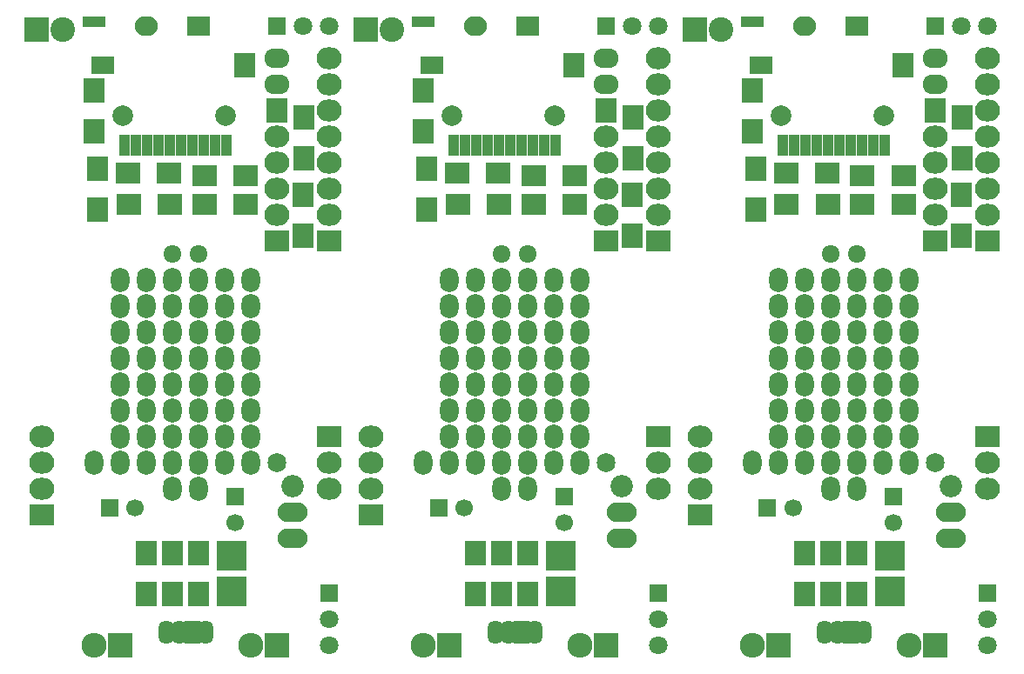
<source format=gbr>
G04 #@! TF.FileFunction,Soldermask,Bot*
%FSLAX46Y46*%
G04 Gerber Fmt 4.6, Leading zero omitted, Abs format (unit mm)*
G04 Created by KiCad (PCBNEW 4.0.2-4+6225~38~ubuntu15.04.1-stable) date 2016年04月18日 00時15分29秒*
%MOMM*%
G01*
G04 APERTURE LIST*
%ADD10C,0.100000*%
%ADD11O,1.800000X2.400000*%
%ADD12O,1.800000X1.670000*%
%ADD13R,2.432000X2.127200*%
%ADD14O,2.432000X2.127200*%
%ADD15O,1.800000X1.924000*%
%ADD16R,2.000200X2.398980*%
%ADD17C,2.000000*%
%ADD18R,1.101040X2.000200*%
%ADD19R,2.200000X1.800000*%
%ADD20R,2.400000X2.000000*%
%ADD21C,1.700000*%
%ADD22R,1.700000X1.700000*%
%ADD23R,2.400000X2.400000*%
%ADD24C,2.400000*%
%ADD25O,1.517600X2.305000*%
%ADD26R,1.517600X2.305000*%
%ADD27R,2.127200X2.432000*%
%ADD28O,2.432000X1.924000*%
%ADD29R,1.200000X1.000000*%
%ADD30R,2.432000X2.432000*%
%ADD31O,2.432000X2.432000*%
%ADD32R,2.400000X2.100000*%
%ADD33R,2.100000X2.400000*%
%ADD34R,2.224000X1.924000*%
%ADD35O,2.224000X1.924000*%
%ADD36R,1.797000X1.797000*%
%ADD37C,1.797000*%
%ADD38O,2.899360X1.901140*%
%ADD39O,2.178000X2.178000*%
%ADD40R,2.900000X2.900000*%
G04 APERTURE END LIST*
D10*
D11*
X104840000Y-103790000D03*
X104840000Y-101250000D03*
X104840000Y-98710000D03*
X104840000Y-96170000D03*
X104840000Y-93630000D03*
X104840000Y-91090000D03*
X104840000Y-88550000D03*
X104840000Y-86010000D03*
X104840000Y-83470000D03*
D12*
X104840000Y-80930000D03*
D13*
X89600000Y-106330000D03*
D14*
X89600000Y-103790000D03*
X89600000Y-101250000D03*
X89600000Y-98710000D03*
D11*
X94680000Y-101250000D03*
X97220000Y-101250000D03*
X109920000Y-101250000D03*
D15*
X112460000Y-101250000D03*
D11*
X107380000Y-98710000D03*
X109920000Y-98710000D03*
X107380000Y-101250000D03*
X109920000Y-101250000D03*
X107380000Y-96170000D03*
X109920000Y-96170000D03*
X107380000Y-93630000D03*
X109920000Y-93630000D03*
X107380000Y-83470000D03*
X109920000Y-83470000D03*
X107380000Y-86010000D03*
X109920000Y-86010000D03*
X107380000Y-91090000D03*
X109920000Y-91090000D03*
X107380000Y-88550000D03*
X109920000Y-88550000D03*
X97220000Y-88550000D03*
X99760000Y-88550000D03*
X97220000Y-91090000D03*
X99760000Y-91090000D03*
X97220000Y-86010000D03*
X99760000Y-86010000D03*
X97220000Y-83470000D03*
X99760000Y-83470000D03*
X97220000Y-93630000D03*
X99760000Y-93630000D03*
X97220000Y-96170000D03*
X99760000Y-96170000D03*
X97220000Y-101250000D03*
X99760000Y-101250000D03*
D16*
X109335000Y-62520000D03*
D17*
X97435000Y-67420000D03*
D18*
X107533740Y-70320100D03*
X106433920Y-70320100D03*
D17*
X107435000Y-67420000D03*
D19*
X95535000Y-62520000D03*
D18*
X98734820Y-70320100D03*
X99834640Y-70320100D03*
X100934460Y-70320100D03*
X102034280Y-70320100D03*
X103134100Y-70320100D03*
X104233920Y-70320100D03*
X105333740Y-70320100D03*
X97635000Y-70320100D03*
D20*
X101950500Y-73056000D03*
X97950500Y-73056000D03*
X98014000Y-76104000D03*
X102014000Y-76104000D03*
D21*
X98653200Y-105618800D03*
D22*
X96153200Y-105618800D03*
D23*
X89092000Y-59086000D03*
D24*
X91632000Y-59086000D03*
D25*
X105475000Y-117760000D03*
D26*
X104205000Y-117760000D03*
D25*
X102935000Y-117760000D03*
X101665000Y-117760000D03*
D27*
X112460000Y-66960000D03*
D28*
X112460000Y-64420000D03*
X112460000Y-61880000D03*
D29*
X94180000Y-58324000D03*
X95180000Y-58324000D03*
D13*
X117540000Y-79660000D03*
D14*
X117540000Y-77120000D03*
X117540000Y-74580000D03*
X117540000Y-72040000D03*
X117540000Y-69500000D03*
X117540000Y-66960000D03*
X117540000Y-64420000D03*
X117540000Y-61880000D03*
D13*
X112460000Y-79660000D03*
D14*
X112460000Y-77120000D03*
X112460000Y-74580000D03*
X112460000Y-72040000D03*
X112460000Y-69500000D03*
D30*
X112460000Y-119030000D03*
D31*
X109920000Y-119030000D03*
D30*
X97220000Y-119030000D03*
D31*
X94680000Y-119030000D03*
D13*
X117540000Y-98710000D03*
D14*
X117540000Y-101250000D03*
X117540000Y-103790000D03*
D32*
X109380000Y-73310000D03*
X105380000Y-73310000D03*
X105380000Y-76104000D03*
X109380000Y-76104000D03*
D33*
X94680000Y-64960000D03*
X94680000Y-68960000D03*
X95035600Y-72580000D03*
X95035600Y-76580000D03*
X102300000Y-114045000D03*
X102300000Y-110045000D03*
X99760000Y-114045000D03*
X99760000Y-110045000D03*
X104840000Y-114045000D03*
X104840000Y-110045000D03*
D34*
X104840000Y-58705000D03*
D35*
X99760000Y-58705000D03*
D36*
X112460000Y-58705000D03*
D37*
X115000000Y-58705000D03*
X117540000Y-58705000D03*
D36*
X117540000Y-113950000D03*
D37*
X117540000Y-116490000D03*
X117540000Y-119030000D03*
D38*
X113984000Y-106076000D03*
D39*
X113984000Y-103536000D03*
D38*
X113984000Y-108616000D03*
D11*
X97220000Y-98710000D03*
X99760000Y-98710000D03*
X102300000Y-103790000D03*
X102300000Y-101250000D03*
X102300000Y-98710000D03*
X102300000Y-96170000D03*
X102300000Y-93630000D03*
X102300000Y-91090000D03*
X102300000Y-88550000D03*
X102300000Y-86010000D03*
X102300000Y-83470000D03*
D12*
X102300000Y-80930000D03*
D33*
X115050800Y-67620400D03*
X115050800Y-71620400D03*
X115000000Y-79120000D03*
X115000000Y-75120000D03*
D21*
X108396000Y-107052000D03*
D22*
X108396000Y-104552000D03*
D40*
X108015000Y-113795000D03*
X108015000Y-110295000D03*
D11*
X136840000Y-103790000D03*
X136840000Y-101250000D03*
X136840000Y-98710000D03*
X136840000Y-96170000D03*
X136840000Y-93630000D03*
X136840000Y-91090000D03*
X136840000Y-88550000D03*
X136840000Y-86010000D03*
X136840000Y-83470000D03*
D12*
X136840000Y-80930000D03*
D13*
X121600000Y-106330000D03*
D14*
X121600000Y-103790000D03*
X121600000Y-101250000D03*
X121600000Y-98710000D03*
D11*
X126680000Y-101250000D03*
X129220000Y-101250000D03*
X141920000Y-101250000D03*
D15*
X144460000Y-101250000D03*
D11*
X139380000Y-98710000D03*
X141920000Y-98710000D03*
X139380000Y-101250000D03*
X141920000Y-101250000D03*
X139380000Y-96170000D03*
X141920000Y-96170000D03*
X139380000Y-93630000D03*
X141920000Y-93630000D03*
X139380000Y-83470000D03*
X141920000Y-83470000D03*
X139380000Y-86010000D03*
X141920000Y-86010000D03*
X139380000Y-91090000D03*
X141920000Y-91090000D03*
X139380000Y-88550000D03*
X141920000Y-88550000D03*
X129220000Y-88550000D03*
X131760000Y-88550000D03*
X129220000Y-91090000D03*
X131760000Y-91090000D03*
X129220000Y-86010000D03*
X131760000Y-86010000D03*
X129220000Y-83470000D03*
X131760000Y-83470000D03*
X129220000Y-93630000D03*
X131760000Y-93630000D03*
X129220000Y-96170000D03*
X131760000Y-96170000D03*
X129220000Y-101250000D03*
X131760000Y-101250000D03*
D16*
X141335000Y-62520000D03*
D17*
X129435000Y-67420000D03*
D18*
X139533740Y-70320100D03*
X138433920Y-70320100D03*
D17*
X139435000Y-67420000D03*
D19*
X127535000Y-62520000D03*
D18*
X130734820Y-70320100D03*
X131834640Y-70320100D03*
X132934460Y-70320100D03*
X134034280Y-70320100D03*
X135134100Y-70320100D03*
X136233920Y-70320100D03*
X137333740Y-70320100D03*
X129635000Y-70320100D03*
D20*
X133950500Y-73056000D03*
X129950500Y-73056000D03*
X130014000Y-76104000D03*
X134014000Y-76104000D03*
D21*
X130653200Y-105618800D03*
D22*
X128153200Y-105618800D03*
D23*
X121092000Y-59086000D03*
D24*
X123632000Y-59086000D03*
D25*
X137475000Y-117760000D03*
D26*
X136205000Y-117760000D03*
D25*
X134935000Y-117760000D03*
X133665000Y-117760000D03*
D27*
X144460000Y-66960000D03*
D28*
X144460000Y-64420000D03*
X144460000Y-61880000D03*
D29*
X126180000Y-58324000D03*
X127180000Y-58324000D03*
D13*
X149540000Y-79660000D03*
D14*
X149540000Y-77120000D03*
X149540000Y-74580000D03*
X149540000Y-72040000D03*
X149540000Y-69500000D03*
X149540000Y-66960000D03*
X149540000Y-64420000D03*
X149540000Y-61880000D03*
D13*
X144460000Y-79660000D03*
D14*
X144460000Y-77120000D03*
X144460000Y-74580000D03*
X144460000Y-72040000D03*
X144460000Y-69500000D03*
D30*
X144460000Y-119030000D03*
D31*
X141920000Y-119030000D03*
D30*
X129220000Y-119030000D03*
D31*
X126680000Y-119030000D03*
D13*
X149540000Y-98710000D03*
D14*
X149540000Y-101250000D03*
X149540000Y-103790000D03*
D32*
X141380000Y-73310000D03*
X137380000Y-73310000D03*
X137380000Y-76104000D03*
X141380000Y-76104000D03*
D33*
X126680000Y-64960000D03*
X126680000Y-68960000D03*
X127035600Y-72580000D03*
X127035600Y-76580000D03*
X134300000Y-114045000D03*
X134300000Y-110045000D03*
X131760000Y-114045000D03*
X131760000Y-110045000D03*
X136840000Y-114045000D03*
X136840000Y-110045000D03*
D34*
X136840000Y-58705000D03*
D35*
X131760000Y-58705000D03*
D36*
X144460000Y-58705000D03*
D37*
X147000000Y-58705000D03*
X149540000Y-58705000D03*
D36*
X149540000Y-113950000D03*
D37*
X149540000Y-116490000D03*
X149540000Y-119030000D03*
D38*
X145984000Y-106076000D03*
D39*
X145984000Y-103536000D03*
D38*
X145984000Y-108616000D03*
D11*
X129220000Y-98710000D03*
X131760000Y-98710000D03*
X134300000Y-103790000D03*
X134300000Y-101250000D03*
X134300000Y-98710000D03*
X134300000Y-96170000D03*
X134300000Y-93630000D03*
X134300000Y-91090000D03*
X134300000Y-88550000D03*
X134300000Y-86010000D03*
X134300000Y-83470000D03*
D12*
X134300000Y-80930000D03*
D33*
X147050800Y-67620400D03*
X147050800Y-71620400D03*
X147000000Y-79120000D03*
X147000000Y-75120000D03*
D21*
X140396000Y-107052000D03*
D22*
X140396000Y-104552000D03*
D40*
X140015000Y-113795000D03*
X140015000Y-110295000D03*
D11*
X168840000Y-103790000D03*
X168840000Y-101250000D03*
X168840000Y-98710000D03*
X168840000Y-96170000D03*
X168840000Y-93630000D03*
X168840000Y-91090000D03*
X168840000Y-88550000D03*
X168840000Y-86010000D03*
X168840000Y-83470000D03*
D12*
X168840000Y-80930000D03*
D13*
X153600000Y-106330000D03*
D14*
X153600000Y-103790000D03*
X153600000Y-101250000D03*
X153600000Y-98710000D03*
D11*
X158680000Y-101250000D03*
X161220000Y-101250000D03*
X173920000Y-101250000D03*
D15*
X176460000Y-101250000D03*
D11*
X171380000Y-98710000D03*
X173920000Y-98710000D03*
X171380000Y-101250000D03*
X173920000Y-101250000D03*
X171380000Y-96170000D03*
X173920000Y-96170000D03*
X171380000Y-93630000D03*
X173920000Y-93630000D03*
X171380000Y-83470000D03*
X173920000Y-83470000D03*
X171380000Y-86010000D03*
X173920000Y-86010000D03*
X171380000Y-91090000D03*
X173920000Y-91090000D03*
X171380000Y-88550000D03*
X173920000Y-88550000D03*
X161220000Y-88550000D03*
X163760000Y-88550000D03*
X161220000Y-91090000D03*
X163760000Y-91090000D03*
X161220000Y-86010000D03*
X163760000Y-86010000D03*
X161220000Y-83470000D03*
X163760000Y-83470000D03*
X161220000Y-93630000D03*
X163760000Y-93630000D03*
X161220000Y-96170000D03*
X163760000Y-96170000D03*
X161220000Y-101250000D03*
X163760000Y-101250000D03*
D16*
X173335000Y-62520000D03*
D17*
X161435000Y-67420000D03*
D18*
X171533740Y-70320100D03*
X170433920Y-70320100D03*
D17*
X171435000Y-67420000D03*
D19*
X159535000Y-62520000D03*
D18*
X162734820Y-70320100D03*
X163834640Y-70320100D03*
X164934460Y-70320100D03*
X166034280Y-70320100D03*
X167134100Y-70320100D03*
X168233920Y-70320100D03*
X169333740Y-70320100D03*
X161635000Y-70320100D03*
D20*
X165950500Y-73056000D03*
X161950500Y-73056000D03*
X162014000Y-76104000D03*
X166014000Y-76104000D03*
D21*
X162653200Y-105618800D03*
D22*
X160153200Y-105618800D03*
D23*
X153092000Y-59086000D03*
D24*
X155632000Y-59086000D03*
D25*
X169475000Y-117760000D03*
D26*
X168205000Y-117760000D03*
D25*
X166935000Y-117760000D03*
X165665000Y-117760000D03*
D27*
X176460000Y-66960000D03*
D28*
X176460000Y-64420000D03*
X176460000Y-61880000D03*
D29*
X158180000Y-58324000D03*
X159180000Y-58324000D03*
D13*
X181540000Y-79660000D03*
D14*
X181540000Y-77120000D03*
X181540000Y-74580000D03*
X181540000Y-72040000D03*
X181540000Y-69500000D03*
X181540000Y-66960000D03*
X181540000Y-64420000D03*
X181540000Y-61880000D03*
D13*
X176460000Y-79660000D03*
D14*
X176460000Y-77120000D03*
X176460000Y-74580000D03*
X176460000Y-72040000D03*
X176460000Y-69500000D03*
D30*
X176460000Y-119030000D03*
D31*
X173920000Y-119030000D03*
D30*
X161220000Y-119030000D03*
D31*
X158680000Y-119030000D03*
D13*
X181540000Y-98710000D03*
D14*
X181540000Y-101250000D03*
X181540000Y-103790000D03*
D32*
X173380000Y-73310000D03*
X169380000Y-73310000D03*
X169380000Y-76104000D03*
X173380000Y-76104000D03*
D33*
X158680000Y-64960000D03*
X158680000Y-68960000D03*
X159035600Y-72580000D03*
X159035600Y-76580000D03*
X166300000Y-114045000D03*
X166300000Y-110045000D03*
X163760000Y-114045000D03*
X163760000Y-110045000D03*
X168840000Y-114045000D03*
X168840000Y-110045000D03*
D34*
X168840000Y-58705000D03*
D35*
X163760000Y-58705000D03*
D36*
X176460000Y-58705000D03*
D37*
X179000000Y-58705000D03*
X181540000Y-58705000D03*
D36*
X181540000Y-113950000D03*
D37*
X181540000Y-116490000D03*
X181540000Y-119030000D03*
D38*
X177984000Y-106076000D03*
D39*
X177984000Y-103536000D03*
D38*
X177984000Y-108616000D03*
D11*
X161220000Y-98710000D03*
X163760000Y-98710000D03*
X166300000Y-103790000D03*
X166300000Y-101250000D03*
X166300000Y-98710000D03*
X166300000Y-96170000D03*
X166300000Y-93630000D03*
X166300000Y-91090000D03*
X166300000Y-88550000D03*
X166300000Y-86010000D03*
X166300000Y-83470000D03*
D12*
X166300000Y-80930000D03*
D33*
X179050800Y-67620400D03*
X179050800Y-71620400D03*
X179000000Y-79120000D03*
X179000000Y-75120000D03*
D21*
X172396000Y-107052000D03*
D22*
X172396000Y-104552000D03*
D40*
X172015000Y-113795000D03*
X172015000Y-110295000D03*
M02*

</source>
